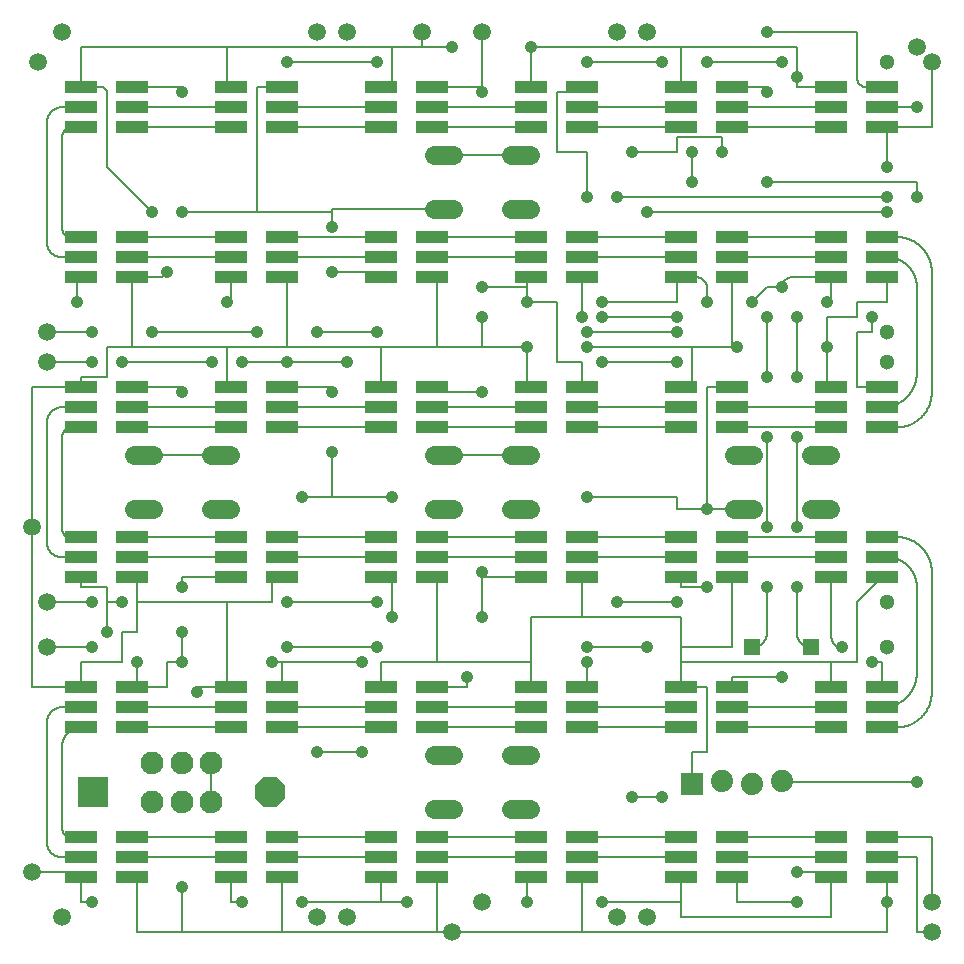
<source format=gtl>
G04 EAGLE Gerber RS-274X export*
G75*
%MOIN*%
%FSLAX36Y36*%
%LPD*%
%INTop Copper Layer*%
%IPPOS*%
%AMOC8*
5,1,8,0,0,1.08239X$1,22.5*%
G01*
%ADD10P,0.108239X8X22.500000*%
%ADD11R,0.100000X0.100000*%
%ADD12R,0.074000X0.074000*%
%ADD13C,0.074000*%
%ADD14R,0.105512X0.043307*%
%ADD15C,0.064000*%
%ADD16C,0.076000*%
%ADD17R,0.055496X0.055496*%
%ADD18C,0.006000*%
%ADD19C,0.041654*%
%ADD20C,0.059370*%
%ADD21C,0.051181*%


D10*
X845276Y515748D03*
D11*
X254724Y515748D03*
D12*
X2250000Y545000D03*
D13*
X2350000Y555000D03*
X2450000Y545000D03*
X2550000Y555000D03*
D14*
X2715354Y2866929D03*
X2715354Y2800000D03*
X2715354Y2733071D03*
X2884646Y2733071D03*
X2884646Y2800000D03*
X2884646Y2866929D03*
X1884646Y2233071D03*
X1884646Y2300000D03*
X1884646Y2366929D03*
X1715354Y2366929D03*
X1715354Y2300000D03*
X1715354Y2233071D03*
X2384646Y2233071D03*
X2384646Y2300000D03*
X2384646Y2366929D03*
X2215354Y2366929D03*
X2215354Y2300000D03*
X2215354Y2233071D03*
X2884646Y2233071D03*
X2884646Y2300000D03*
X2884646Y2366929D03*
X2715354Y2366929D03*
X2715354Y2300000D03*
X2715354Y2233071D03*
X2715354Y1866929D03*
X2715354Y1800000D03*
X2715354Y1733071D03*
X2884646Y1733071D03*
X2884646Y1800000D03*
X2884646Y1866929D03*
X2215354Y1866929D03*
X2215354Y1800000D03*
X2215354Y1733071D03*
X2384646Y1733071D03*
X2384646Y1800000D03*
X2384646Y1866929D03*
X1715354Y1866929D03*
X1715354Y1800000D03*
X1715354Y1733071D03*
X1884646Y1733071D03*
X1884646Y1800000D03*
X1884646Y1866929D03*
X1215354Y1866929D03*
X1215354Y1800000D03*
X1215354Y1733071D03*
X1384646Y1733071D03*
X1384646Y1800000D03*
X1384646Y1866929D03*
X2215354Y2866929D03*
X2215354Y2800000D03*
X2215354Y2733071D03*
X2384646Y2733071D03*
X2384646Y2800000D03*
X2384646Y2866929D03*
X1715354Y2866929D03*
X1715354Y2800000D03*
X1715354Y2733071D03*
X1884646Y2733071D03*
X1884646Y2800000D03*
X1884646Y2866929D03*
X1215354Y2866929D03*
X1215354Y2800000D03*
X1215354Y2733071D03*
X1384646Y2733071D03*
X1384646Y2800000D03*
X1384646Y2866929D03*
X715354Y2866929D03*
X715354Y2800000D03*
X715354Y2733071D03*
X884646Y2733071D03*
X884646Y2800000D03*
X884646Y2866929D03*
X215354Y2866929D03*
X215354Y2800000D03*
X215354Y2733071D03*
X384646Y2733071D03*
X384646Y2800000D03*
X384646Y2866929D03*
X384646Y2233071D03*
X384646Y2300000D03*
X384646Y2366929D03*
X215354Y2366929D03*
X215354Y2300000D03*
X215354Y2233071D03*
X884646Y2233071D03*
X884646Y2300000D03*
X884646Y2366929D03*
X715354Y2366929D03*
X715354Y2300000D03*
X715354Y2233071D03*
X1384646Y2233071D03*
X1384646Y2300000D03*
X1384646Y2366929D03*
X1215354Y2366929D03*
X1215354Y2300000D03*
X1215354Y2233071D03*
D15*
X1390000Y2639000D02*
X1454000Y2639000D01*
X1454000Y2461000D02*
X1390000Y2461000D01*
X1646000Y2639000D02*
X1710000Y2639000D01*
X1710000Y2461000D02*
X1646000Y2461000D01*
X2390000Y1639000D02*
X2454000Y1639000D01*
X2454000Y1461000D02*
X2390000Y1461000D01*
X2646000Y1639000D02*
X2710000Y1639000D01*
X2710000Y1461000D02*
X2646000Y1461000D01*
X1454000Y639000D02*
X1390000Y639000D01*
X1390000Y461000D02*
X1454000Y461000D01*
X1646000Y639000D02*
X1710000Y639000D01*
X1710000Y461000D02*
X1646000Y461000D01*
X454000Y1639000D02*
X390000Y1639000D01*
X390000Y1461000D02*
X454000Y1461000D01*
X646000Y1639000D02*
X710000Y1639000D01*
X710000Y1461000D02*
X646000Y1461000D01*
X1390000Y1639000D02*
X1454000Y1639000D01*
X1454000Y1461000D02*
X1390000Y1461000D01*
X1646000Y1639000D02*
X1710000Y1639000D01*
X1710000Y1461000D02*
X1646000Y1461000D01*
D16*
X648425Y614961D03*
X550000Y614961D03*
X451575Y614961D03*
X648425Y485039D03*
X550000Y485039D03*
X451575Y485039D03*
D17*
X2451575Y1000000D03*
X2648425Y1000000D03*
D14*
X715354Y1866929D03*
X715354Y1800000D03*
X715354Y1733071D03*
X884646Y1733071D03*
X884646Y1800000D03*
X884646Y1866929D03*
X215354Y1866929D03*
X215354Y1800000D03*
X215354Y1733071D03*
X384646Y1733071D03*
X384646Y1800000D03*
X384646Y1866929D03*
X384646Y1233071D03*
X384646Y1300000D03*
X384646Y1366929D03*
X215354Y1366929D03*
X215354Y1300000D03*
X215354Y1233071D03*
X884646Y1233071D03*
X884646Y1300000D03*
X884646Y1366929D03*
X715354Y1366929D03*
X715354Y1300000D03*
X715354Y1233071D03*
X1384646Y1233071D03*
X1384646Y1300000D03*
X1384646Y1366929D03*
X1215354Y1366929D03*
X1215354Y1300000D03*
X1215354Y1233071D03*
X1884646Y1233071D03*
X1884646Y1300000D03*
X1884646Y1366929D03*
X1715354Y1366929D03*
X1715354Y1300000D03*
X1715354Y1233071D03*
X2384646Y1233071D03*
X2384646Y1300000D03*
X2384646Y1366929D03*
X2215354Y1366929D03*
X2215354Y1300000D03*
X2215354Y1233071D03*
X2884646Y1233071D03*
X2884646Y1300000D03*
X2884646Y1366929D03*
X2715354Y1366929D03*
X2715354Y1300000D03*
X2715354Y1233071D03*
X2715354Y866929D03*
X2715354Y800000D03*
X2715354Y733071D03*
X2884646Y733071D03*
X2884646Y800000D03*
X2884646Y866929D03*
X2215354Y866929D03*
X2215354Y800000D03*
X2215354Y733071D03*
X2384646Y733071D03*
X2384646Y800000D03*
X2384646Y866929D03*
X1715354Y866929D03*
X1715354Y800000D03*
X1715354Y733071D03*
X1884646Y733071D03*
X1884646Y800000D03*
X1884646Y866929D03*
X1215354Y866929D03*
X1215354Y800000D03*
X1215354Y733071D03*
X1384646Y733071D03*
X1384646Y800000D03*
X1384646Y866929D03*
X715354Y866929D03*
X715354Y800000D03*
X715354Y733071D03*
X884646Y733071D03*
X884646Y800000D03*
X884646Y866929D03*
X215354Y866929D03*
X215354Y800000D03*
X215354Y733071D03*
X384646Y733071D03*
X384646Y800000D03*
X384646Y866929D03*
X384646Y233071D03*
X384646Y300000D03*
X384646Y366929D03*
X215354Y366929D03*
X215354Y300000D03*
X215354Y233071D03*
X884646Y233071D03*
X884646Y300000D03*
X884646Y366929D03*
X715354Y366929D03*
X715354Y300000D03*
X715354Y233071D03*
X1384646Y233071D03*
X1384646Y300000D03*
X1384646Y366929D03*
X1215354Y366929D03*
X1215354Y300000D03*
X1215354Y233071D03*
X1884646Y233071D03*
X1884646Y300000D03*
X1884646Y366929D03*
X1715354Y366929D03*
X1715354Y300000D03*
X1715354Y233071D03*
X2384646Y233071D03*
X2384646Y300000D03*
X2384646Y366929D03*
X2215354Y366929D03*
X2215354Y300000D03*
X2215354Y233071D03*
X2884646Y233071D03*
X2884646Y300000D03*
X2884646Y366929D03*
X2715354Y366929D03*
X2715354Y300000D03*
X2715354Y233071D03*
D18*
X2715354Y2733071D02*
X2384646Y2733071D01*
X2384646Y2800000D02*
X2715354Y2800000D01*
X2215354Y2733071D02*
X1884646Y2733071D01*
X1884646Y2800000D02*
X2215354Y2800000D01*
X1715354Y2733071D02*
X1384646Y2733071D01*
X1384646Y2800000D02*
X1715354Y2800000D01*
X2884646Y2733071D02*
X2900000Y2733071D01*
X2900000Y2600000D01*
D19*
X2900000Y2600000D03*
D18*
X2884646Y2733071D02*
X3050000Y2733071D01*
X3050000Y2950000D01*
D20*
X3050000Y2950000D03*
D18*
X3000000Y2800000D02*
X2884646Y2800000D01*
D19*
X3000000Y2800000D03*
D20*
X3000000Y3000000D03*
D18*
X2215354Y233071D02*
X2215354Y150000D01*
X2215354Y100000D01*
X2715354Y100000D02*
X2715354Y233071D01*
X2715354Y100000D02*
X2215354Y100000D01*
X715354Y150000D02*
X715354Y233071D01*
X715354Y150000D02*
X750000Y150000D01*
D19*
X750000Y150000D03*
X950000Y150000D03*
X1300000Y150000D03*
X1950000Y150000D03*
D18*
X2215354Y150000D01*
X1215354Y150000D02*
X950000Y150000D01*
X1215354Y150000D02*
X1300000Y150000D01*
X1215354Y150000D02*
X1215354Y233071D01*
D19*
X1700000Y150000D03*
D18*
X1700000Y233071D02*
X1715354Y233071D01*
X1700000Y233071D02*
X1700000Y150000D01*
X215354Y150000D02*
X215354Y233071D01*
X215354Y150000D02*
X250000Y150000D01*
D19*
X250000Y150000D03*
X2550000Y900000D03*
D18*
X2384646Y900000D01*
X2384646Y866929D01*
D19*
X400000Y950000D03*
D18*
X400000Y866929D01*
X384646Y866929D01*
X500000Y866929D01*
D19*
X550000Y950000D03*
D18*
X500000Y950000D01*
X500000Y866929D01*
D19*
X850000Y950000D03*
D18*
X884646Y950000D01*
X884646Y866929D01*
X884646Y950000D02*
X1150000Y950000D01*
D19*
X1150000Y950000D03*
X1500000Y900000D03*
D18*
X1500000Y866929D01*
X1384646Y866929D01*
D19*
X1900000Y950000D03*
D18*
X1900000Y866929D01*
X1884646Y866929D01*
X2884646Y866929D02*
X2884646Y950000D01*
X2850000Y950000D01*
D19*
X2850000Y950000D03*
X2750000Y1000000D03*
D18*
X2749163Y1000010D01*
X2748326Y1000040D01*
X2747490Y1000091D01*
X2746656Y1000162D01*
X2745824Y1000253D01*
X2744994Y1000364D01*
X2744167Y1000495D01*
X2743344Y1000645D01*
X2742524Y1000816D01*
X2741709Y1001007D01*
X2740898Y1001217D01*
X2740093Y1001447D01*
X2739294Y1001696D01*
X2738501Y1001964D01*
X2737714Y1002251D01*
X2736935Y1002558D01*
X2736164Y1002883D01*
X2735400Y1003226D01*
X2734645Y1003588D01*
X2733899Y1003968D01*
X2733163Y1004367D01*
X2732436Y1004782D01*
X2731719Y1005215D01*
X2731014Y1005666D01*
X2730319Y1006133D01*
X2729636Y1006617D01*
X2728964Y1007117D01*
X2728305Y1007633D01*
X2727659Y1008166D01*
X2727025Y1008713D01*
X2726406Y1009276D01*
X2725799Y1009853D01*
X2725207Y1010445D01*
X2724630Y1011052D01*
X2724067Y1011671D01*
X2723520Y1012305D01*
X2722987Y1012951D01*
X2722471Y1013610D01*
X2721971Y1014282D01*
X2721487Y1014965D01*
X2721020Y1015660D01*
X2720569Y1016365D01*
X2720136Y1017082D01*
X2719721Y1017809D01*
X2719322Y1018545D01*
X2718942Y1019291D01*
X2718580Y1020046D01*
X2718237Y1020810D01*
X2717912Y1021581D01*
X2717605Y1022360D01*
X2717318Y1023147D01*
X2717050Y1023940D01*
X2716801Y1024739D01*
X2716571Y1025544D01*
X2716361Y1026355D01*
X2716170Y1027170D01*
X2715999Y1027990D01*
X2715849Y1028813D01*
X2715718Y1029640D01*
X2715607Y1030470D01*
X2715516Y1031302D01*
X2715445Y1032136D01*
X2715394Y1032972D01*
X2715364Y1033809D01*
X2715354Y1034646D01*
X2715354Y1233071D01*
X2698425Y250000D02*
X2698834Y249995D01*
X2699243Y249980D01*
X2699651Y249956D01*
X2700059Y249921D01*
X2700466Y249877D01*
X2700871Y249822D01*
X2701275Y249758D01*
X2701678Y249685D01*
X2702078Y249601D01*
X2702476Y249508D01*
X2702872Y249405D01*
X2703266Y249293D01*
X2703656Y249171D01*
X2704044Y249040D01*
X2704428Y248900D01*
X2704809Y248750D01*
X2705186Y248591D01*
X2705559Y248423D01*
X2705928Y248247D01*
X2706292Y248061D01*
X2706652Y247866D01*
X2707007Y247663D01*
X2707357Y247452D01*
X2707702Y247232D01*
X2708042Y247003D01*
X2708376Y246767D01*
X2708704Y246522D01*
X2709026Y246270D01*
X2709342Y246010D01*
X2709651Y245743D01*
X2709954Y245468D01*
X2710250Y245185D01*
X2710539Y244896D01*
X2710822Y244600D01*
X2711097Y244297D01*
X2711364Y243988D01*
X2711624Y243672D01*
X2711876Y243350D01*
X2712121Y243022D01*
X2712357Y242688D01*
X2712586Y242348D01*
X2712806Y242003D01*
X2713017Y241653D01*
X2713220Y241298D01*
X2713415Y240938D01*
X2713601Y240574D01*
X2713777Y240205D01*
X2713945Y239832D01*
X2714104Y239455D01*
X2714254Y239074D01*
X2714394Y238690D01*
X2714525Y238302D01*
X2714647Y237912D01*
X2714759Y237518D01*
X2714862Y237122D01*
X2714955Y236724D01*
X2715039Y236324D01*
X2715112Y235921D01*
X2715176Y235517D01*
X2715231Y235112D01*
X2715275Y234705D01*
X2715310Y234297D01*
X2715334Y233889D01*
X2715349Y233480D01*
X2715354Y233071D01*
X2698425Y250000D02*
X2600000Y250000D01*
D19*
X2600000Y250000D03*
X3000000Y550000D03*
D18*
X2550000Y550000D01*
X2550000Y555000D01*
X550000Y950000D02*
X550000Y1050000D01*
D19*
X550000Y1050000D03*
X300000Y1050000D03*
D18*
X300000Y1200000D02*
X215354Y1200000D01*
X215354Y1233071D01*
X300000Y1200000D02*
X300000Y1150000D01*
X300000Y1050000D01*
X300000Y1150000D02*
X350000Y1150000D01*
D19*
X350000Y1150000D03*
X550000Y1200000D03*
D18*
X550000Y1233071D01*
X715354Y1233071D01*
D19*
X1250000Y1100000D03*
D18*
X1250000Y1233071D01*
X1215354Y1233071D01*
D19*
X950000Y1500000D03*
D18*
X1050000Y1500000D01*
D19*
X1250000Y1500000D03*
D18*
X1050000Y1500000D01*
D19*
X1900000Y1500000D03*
D18*
X2200000Y1500000D01*
X1715354Y1233071D02*
X1550000Y1233071D01*
X1550000Y1250000D01*
D19*
X1550000Y1250000D03*
X550000Y1850000D03*
D18*
X550000Y1866929D01*
X384646Y1866929D01*
X1050000Y1650000D02*
X1050000Y1500000D01*
D19*
X1050000Y1650000D03*
X1050000Y1850000D03*
D18*
X1050000Y1866929D01*
X884646Y1866929D01*
D19*
X1550000Y1850000D03*
D18*
X1384646Y1850000D01*
X1384646Y1866929D01*
X2200000Y1461000D02*
X2300000Y1461000D01*
X2422000Y1461000D01*
X2200000Y1461000D02*
X2200000Y1500000D01*
X2215354Y1233071D02*
X2215354Y1200000D01*
X2300000Y1200000D01*
D19*
X2300000Y1200000D03*
X2300000Y1461000D03*
D18*
X2300000Y1866929D01*
X2384646Y1866929D01*
D19*
X1050000Y2250000D03*
D18*
X1215354Y2250000D01*
X1215354Y2233071D01*
X2800000Y1866929D02*
X2884646Y1866929D01*
X2850000Y2050000D02*
X2800000Y2050000D01*
X2850000Y2050000D02*
X2850000Y2100000D01*
D19*
X2850000Y2100000D03*
X2700000Y2150000D03*
D18*
X2800000Y2050000D02*
X2800000Y1866929D01*
X1715354Y2233071D02*
X1700000Y2233071D01*
X1700000Y2150000D01*
D19*
X1700000Y2150000D03*
X1950000Y2150000D03*
D18*
X2200000Y2150000D01*
X2200000Y2250000D01*
X2215354Y2250000D01*
X2215354Y2233071D01*
X1884646Y1950000D02*
X1884646Y1866929D01*
X1884646Y1950000D02*
X1800000Y1950000D01*
X1800000Y2150000D01*
X1700000Y2150000D01*
X215354Y2233071D02*
X200000Y2233071D01*
X200000Y2150000D01*
D19*
X200000Y2150000D03*
X700000Y2150000D03*
D18*
X715354Y2150000D01*
X715354Y2233071D01*
D19*
X1550000Y1100000D03*
D18*
X1550000Y1250000D01*
D19*
X1050000Y2400000D03*
D18*
X1050000Y2450000D01*
X1050000Y2461000D02*
X1422000Y2461000D01*
X1700000Y2200000D02*
X1700000Y2150000D01*
X1700000Y2200000D02*
X1550000Y2200000D01*
D19*
X1550000Y2200000D03*
X1550000Y2850000D03*
D18*
X1550000Y2866929D01*
X1384646Y2866929D01*
X550000Y2866929D02*
X384646Y2866929D01*
X550000Y2866929D02*
X550000Y2850000D01*
D19*
X550000Y2850000D03*
X550000Y2450000D03*
D18*
X800000Y2450000D01*
X1050000Y2450000D01*
X1050000Y2461000D01*
X884646Y2866929D02*
X800000Y2866929D01*
X800000Y2450000D01*
D19*
X1900000Y2500000D03*
D18*
X1900000Y2650000D01*
X1800000Y2650000D01*
X1800000Y2850000D01*
X1884646Y2850000D01*
X1884646Y2866929D01*
X2384646Y2866929D02*
X2500000Y2866929D01*
X2500000Y2850000D01*
D19*
X2500000Y2850000D03*
X2550000Y2200000D03*
D18*
X2500000Y2200000D01*
X2450000Y2150000D01*
D19*
X2450000Y2150000D03*
X2300000Y2150000D03*
D18*
X2300000Y2200000D01*
X2299990Y2200799D01*
X2299961Y2201598D01*
X2299913Y2202395D01*
X2299846Y2203192D01*
X2299759Y2203986D01*
X2299653Y2204778D01*
X2299528Y2205568D01*
X2299384Y2206354D01*
X2299221Y2207136D01*
X2299039Y2207914D01*
X2298838Y2208688D01*
X2298619Y2209457D01*
X2298381Y2210220D01*
X2298125Y2210977D01*
X2297851Y2211727D01*
X2297559Y2212471D01*
X2297248Y2213207D01*
X2296920Y2213936D01*
X2296575Y2214657D01*
X2296212Y2215369D01*
X2295832Y2216072D01*
X2295435Y2216766D01*
X2295022Y2217450D01*
X2294592Y2218123D01*
X2294146Y2218786D01*
X2293684Y2219439D01*
X2293206Y2220079D01*
X2292714Y2220709D01*
X2292206Y2221326D01*
X2291683Y2221930D01*
X2291146Y2222522D01*
X2290595Y2223100D01*
X2290029Y2223666D01*
X2289451Y2224217D01*
X2288859Y2224754D01*
X2288255Y2225277D01*
X2287638Y2225785D01*
X2287008Y2226277D01*
X2286368Y2226755D01*
X2285715Y2227217D01*
X2285052Y2227663D01*
X2284379Y2228093D01*
X2283695Y2228506D01*
X2283001Y2228903D01*
X2282298Y2229283D01*
X2281586Y2229646D01*
X2280865Y2229991D01*
X2280136Y2230319D01*
X2279400Y2230630D01*
X2278656Y2230922D01*
X2277906Y2231196D01*
X2277149Y2231452D01*
X2276386Y2231690D01*
X2275617Y2231909D01*
X2274843Y2232110D01*
X2274065Y2232292D01*
X2273283Y2232455D01*
X2272497Y2232599D01*
X2271707Y2232724D01*
X2270915Y2232830D01*
X2270121Y2232917D01*
X2269324Y2232984D01*
X2268527Y2233032D01*
X2267728Y2233061D01*
X2266929Y2233071D01*
X2215354Y2233071D01*
X2550000Y2200000D02*
X2550010Y2200799D01*
X2550039Y2201598D01*
X2550087Y2202395D01*
X2550154Y2203192D01*
X2550241Y2203986D01*
X2550347Y2204778D01*
X2550472Y2205568D01*
X2550616Y2206354D01*
X2550779Y2207136D01*
X2550961Y2207914D01*
X2551162Y2208688D01*
X2551381Y2209457D01*
X2551619Y2210220D01*
X2551875Y2210977D01*
X2552149Y2211727D01*
X2552441Y2212471D01*
X2552752Y2213207D01*
X2553080Y2213936D01*
X2553425Y2214657D01*
X2553788Y2215369D01*
X2554168Y2216072D01*
X2554565Y2216766D01*
X2554978Y2217450D01*
X2555408Y2218123D01*
X2555854Y2218786D01*
X2556316Y2219439D01*
X2556794Y2220079D01*
X2557286Y2220709D01*
X2557794Y2221326D01*
X2558317Y2221930D01*
X2558854Y2222522D01*
X2559405Y2223100D01*
X2559971Y2223666D01*
X2560549Y2224217D01*
X2561141Y2224754D01*
X2561745Y2225277D01*
X2562362Y2225785D01*
X2562992Y2226277D01*
X2563632Y2226755D01*
X2564285Y2227217D01*
X2564948Y2227663D01*
X2565621Y2228093D01*
X2566305Y2228506D01*
X2566999Y2228903D01*
X2567702Y2229283D01*
X2568414Y2229646D01*
X2569135Y2229991D01*
X2569864Y2230319D01*
X2570600Y2230630D01*
X2571344Y2230922D01*
X2572094Y2231196D01*
X2572851Y2231452D01*
X2573614Y2231690D01*
X2574383Y2231909D01*
X2575157Y2232110D01*
X2575935Y2232292D01*
X2576717Y2232455D01*
X2577503Y2232599D01*
X2578293Y2232724D01*
X2579085Y2232830D01*
X2579879Y2232917D01*
X2580676Y2232984D01*
X2581473Y2233032D01*
X2582272Y2233061D01*
X2583071Y2233071D01*
X2700000Y2150000D02*
X2700371Y2150004D01*
X2700742Y2150018D01*
X2701112Y2150040D01*
X2701482Y2150072D01*
X2701851Y2150112D01*
X2702218Y2150161D01*
X2702585Y2150219D01*
X2702950Y2150286D01*
X2703313Y2150362D01*
X2703674Y2150446D01*
X2704034Y2150539D01*
X2704390Y2150641D01*
X2704745Y2150751D01*
X2705096Y2150870D01*
X2705445Y2150998D01*
X2705790Y2151134D01*
X2706132Y2151278D01*
X2706470Y2151430D01*
X2706805Y2151590D01*
X2707135Y2151759D01*
X2707462Y2151935D01*
X2707784Y2152119D01*
X2708101Y2152311D01*
X2708414Y2152511D01*
X2708722Y2152718D01*
X2709025Y2152932D01*
X2709322Y2153154D01*
X2709614Y2153383D01*
X2709901Y2153619D01*
X2710182Y2153861D01*
X2710456Y2154111D01*
X2710725Y2154367D01*
X2710987Y2154629D01*
X2711243Y2154898D01*
X2711493Y2155172D01*
X2711735Y2155453D01*
X2711971Y2155740D01*
X2712200Y2156032D01*
X2712422Y2156329D01*
X2712636Y2156632D01*
X2712843Y2156940D01*
X2713043Y2157253D01*
X2713235Y2157570D01*
X2713419Y2157892D01*
X2713595Y2158219D01*
X2713764Y2158549D01*
X2713924Y2158884D01*
X2714076Y2159222D01*
X2714220Y2159564D01*
X2714356Y2159909D01*
X2714484Y2160258D01*
X2714603Y2160609D01*
X2714713Y2160964D01*
X2714815Y2161320D01*
X2714908Y2161680D01*
X2714992Y2162041D01*
X2715068Y2162404D01*
X2715135Y2162769D01*
X2715193Y2163136D01*
X2715242Y2163503D01*
X2715282Y2163872D01*
X2715314Y2164242D01*
X2715336Y2164612D01*
X2715350Y2164983D01*
X2715354Y2165354D01*
X2715354Y2233071D01*
X2833071Y2866929D02*
X2884646Y2866929D01*
X2833071Y2866929D02*
X2832272Y2866939D01*
X2831473Y2866968D01*
X2830676Y2867016D01*
X2829879Y2867083D01*
X2829085Y2867170D01*
X2828293Y2867276D01*
X2827503Y2867401D01*
X2826717Y2867545D01*
X2825935Y2867708D01*
X2825157Y2867890D01*
X2824383Y2868091D01*
X2823614Y2868310D01*
X2822851Y2868548D01*
X2822094Y2868804D01*
X2821344Y2869078D01*
X2820600Y2869370D01*
X2819864Y2869681D01*
X2819135Y2870009D01*
X2818414Y2870354D01*
X2817702Y2870717D01*
X2816999Y2871097D01*
X2816305Y2871494D01*
X2815621Y2871907D01*
X2814948Y2872337D01*
X2814285Y2872783D01*
X2813632Y2873245D01*
X2812992Y2873723D01*
X2812362Y2874215D01*
X2811745Y2874723D01*
X2811141Y2875246D01*
X2810549Y2875783D01*
X2809971Y2876334D01*
X2809405Y2876900D01*
X2808854Y2877478D01*
X2808317Y2878070D01*
X2807794Y2878674D01*
X2807286Y2879291D01*
X2806794Y2879921D01*
X2806316Y2880561D01*
X2805854Y2881214D01*
X2805408Y2881877D01*
X2804978Y2882550D01*
X2804565Y2883234D01*
X2804168Y2883928D01*
X2803788Y2884631D01*
X2803425Y2885343D01*
X2803080Y2886064D01*
X2802752Y2886793D01*
X2802441Y2887529D01*
X2802149Y2888273D01*
X2801875Y2889023D01*
X2801619Y2889780D01*
X2801381Y2890543D01*
X2801162Y2891312D01*
X2800961Y2892086D01*
X2800779Y2892864D01*
X2800616Y2893646D01*
X2800472Y2894432D01*
X2800347Y2895222D01*
X2800241Y2896014D01*
X2800154Y2896808D01*
X2800087Y2897605D01*
X2800039Y2898402D01*
X2800010Y2899201D01*
X2800000Y2900000D01*
X2800000Y3050000D01*
X2500000Y3050000D01*
D19*
X2500000Y3050000D03*
D18*
X2583071Y2233071D02*
X2715354Y2233071D01*
X1550000Y2850000D02*
X1550000Y3050000D01*
D20*
X1550000Y3050000D03*
X1550000Y150000D03*
D18*
X215354Y233071D02*
X215349Y233480D01*
X215334Y233889D01*
X215310Y234297D01*
X215275Y234705D01*
X215231Y235112D01*
X215176Y235517D01*
X215112Y235921D01*
X215039Y236324D01*
X214955Y236724D01*
X214862Y237122D01*
X214759Y237518D01*
X214647Y237912D01*
X214525Y238302D01*
X214394Y238690D01*
X214254Y239074D01*
X214104Y239455D01*
X213945Y239832D01*
X213777Y240205D01*
X213601Y240574D01*
X213415Y240938D01*
X213220Y241298D01*
X213017Y241653D01*
X212806Y242003D01*
X212586Y242348D01*
X212357Y242688D01*
X212121Y243022D01*
X211876Y243350D01*
X211624Y243672D01*
X211364Y243988D01*
X211097Y244297D01*
X210822Y244600D01*
X210539Y244896D01*
X210250Y245185D01*
X209954Y245468D01*
X209651Y245743D01*
X209342Y246010D01*
X209026Y246270D01*
X208704Y246522D01*
X208376Y246767D01*
X208042Y247003D01*
X207702Y247232D01*
X207357Y247452D01*
X207007Y247663D01*
X206652Y247866D01*
X206292Y248061D01*
X205928Y248247D01*
X205559Y248423D01*
X205186Y248591D01*
X204809Y248750D01*
X204428Y248900D01*
X204044Y249040D01*
X203656Y249171D01*
X203266Y249293D01*
X202872Y249405D01*
X202476Y249508D01*
X202078Y249601D01*
X201678Y249685D01*
X201275Y249758D01*
X200871Y249822D01*
X200466Y249877D01*
X200059Y249921D01*
X199651Y249956D01*
X199243Y249980D01*
X198834Y249995D01*
X198425Y250000D01*
X50000Y250000D01*
D20*
X50000Y250000D03*
D18*
X2384646Y233071D02*
X2400000Y233071D01*
X2400000Y150000D01*
X2600000Y150000D01*
D19*
X2600000Y150000D03*
X2900000Y150000D03*
D18*
X2900000Y217717D01*
X400000Y233071D02*
X384646Y233071D01*
X400000Y233071D02*
X400000Y50000D01*
X550000Y50000D01*
X884646Y50000D01*
X1400000Y50000D01*
X1450000Y50000D01*
X1884646Y50000D01*
X2900000Y50000D01*
X2900000Y150000D01*
X884646Y233071D02*
X884646Y50000D01*
X1384646Y233071D02*
X1400000Y233071D01*
X1400000Y50000D01*
X1884646Y50000D02*
X1884646Y233071D01*
X550000Y200000D02*
X550000Y50000D01*
D19*
X550000Y200000D03*
D18*
X215354Y866929D02*
X215354Y950000D01*
X350000Y950000D02*
X350000Y1050000D01*
X400000Y1050000D01*
X400000Y1150000D01*
X400000Y1233071D01*
X384646Y1233071D01*
X350000Y950000D02*
X215354Y950000D01*
X700000Y1150000D02*
X850000Y1150000D01*
X700000Y1150000D02*
X400000Y1150000D01*
X850000Y1233071D02*
X884646Y1233071D01*
X850000Y1233071D02*
X850000Y1150000D01*
X700000Y1150000D02*
X700000Y866929D01*
X715354Y866929D01*
X1215354Y866929D02*
X1215354Y950000D01*
X1400000Y950000D01*
X1400000Y1233071D01*
X1384646Y1233071D01*
X1715354Y950000D02*
X1715354Y866929D01*
X1715354Y950000D02*
X1400000Y950000D01*
X1715354Y950000D02*
X1715354Y1100000D01*
X1884646Y1100000D02*
X1884646Y1233071D01*
X1884646Y1100000D02*
X1715354Y1100000D01*
X2215354Y950000D02*
X2215354Y866929D01*
X2215354Y950000D02*
X2215354Y1000000D01*
X2384646Y1000000D02*
X2384646Y1233071D01*
X2384646Y1000000D02*
X2215354Y1000000D01*
X2215354Y950000D02*
X2715354Y950000D01*
X2715354Y866929D01*
X2215354Y1100000D02*
X1884646Y1100000D01*
X2215354Y1100000D02*
X2215354Y1000000D01*
X2715354Y950000D02*
X2800000Y950000D01*
X2800000Y1150000D01*
X2801575Y1150000D01*
X2884646Y1233071D01*
X648425Y614961D02*
X648425Y485039D01*
D19*
X600000Y850000D03*
D18*
X600000Y866929D01*
X700000Y866929D01*
X215354Y866929D02*
X50000Y866929D01*
X50000Y1866929D02*
X215354Y1866929D01*
X50000Y1400000D02*
X50000Y866929D01*
X50000Y1400000D02*
X50000Y1866929D01*
X215354Y1866929D02*
X215354Y1900000D01*
X300000Y1900000D01*
X300000Y2000000D01*
X384646Y2000000D01*
X700000Y2000000D01*
X700000Y1866929D01*
X715354Y1866929D01*
X1215354Y1866929D02*
X1215354Y2000000D01*
X900000Y2000000D02*
X700000Y2000000D01*
X900000Y2000000D02*
X1215354Y2000000D01*
X1400000Y2000000D01*
X1550000Y2000000D01*
X1700000Y2000000D02*
X1700000Y1866929D01*
X1715354Y1866929D01*
X1700000Y2000000D02*
X1550000Y2000000D01*
X2250000Y2000000D02*
X2250000Y1866929D01*
X2215354Y1866929D01*
X2250000Y2000000D02*
X2400000Y2000000D01*
D19*
X2400000Y2000000D03*
X2700000Y2000000D03*
D18*
X2700000Y1866929D01*
X2715354Y1866929D01*
X900000Y2233071D02*
X884646Y2233071D01*
X900000Y2233071D02*
X900000Y2000000D01*
X384646Y2000000D02*
X384646Y2233071D01*
X1384646Y2233071D02*
X1400000Y2233071D01*
X1400000Y2000000D01*
X1884646Y2100000D02*
X1884646Y2233071D01*
X1550000Y2100000D02*
X1550000Y2000000D01*
X2384646Y2000000D02*
X2384646Y2233071D01*
X2384646Y2000000D02*
X2400000Y2000000D01*
X2700000Y2000000D02*
X2700000Y2100000D01*
X2800000Y2100000D01*
X2800000Y2150000D01*
X2900000Y2150000D01*
X2900000Y2233071D01*
X2884646Y2233071D01*
D19*
X1550000Y2100000D03*
X1884646Y2100000D03*
X1700000Y2000000D03*
X1900000Y2000000D03*
D18*
X2250000Y2000000D01*
X2215354Y866929D02*
X2300000Y866929D01*
X2300000Y650000D01*
X2250000Y650000D01*
X2250000Y545000D01*
X215354Y2866929D02*
X215354Y3000000D01*
X2600000Y3000000D02*
X2600000Y2900000D01*
D19*
X2600000Y2900000D03*
D18*
X700000Y3000000D02*
X215354Y3000000D01*
X700000Y3000000D02*
X1250000Y3000000D01*
X1350000Y3000000D01*
X1715354Y3000000D02*
X2215354Y3000000D01*
X2600000Y3000000D01*
X700000Y3000000D02*
X700000Y2866929D01*
X715354Y2866929D01*
X1250000Y2850000D02*
X1250000Y3000000D01*
X1250000Y2850000D02*
X1215354Y2850000D01*
X1215354Y2866929D01*
X1715354Y2866929D02*
X1715354Y3000000D01*
X2215354Y3000000D02*
X2215354Y2866929D01*
X2600000Y2866929D02*
X2715354Y2866929D01*
X2600000Y2866929D02*
X2600000Y2900000D01*
X483071Y2233071D02*
X384646Y2233071D01*
X483071Y2233071D02*
X500000Y2250000D01*
D19*
X500000Y2250000D03*
X450000Y2450000D03*
D18*
X300000Y2600000D01*
X300000Y2850000D02*
X299995Y2850409D01*
X299980Y2850818D01*
X299956Y2851226D01*
X299921Y2851634D01*
X299877Y2852041D01*
X299822Y2852446D01*
X299758Y2852850D01*
X299685Y2853253D01*
X299601Y2853653D01*
X299508Y2854051D01*
X299405Y2854447D01*
X299293Y2854841D01*
X299171Y2855231D01*
X299040Y2855619D01*
X298900Y2856003D01*
X298750Y2856384D01*
X298591Y2856761D01*
X298423Y2857134D01*
X298247Y2857503D01*
X298061Y2857867D01*
X297866Y2858227D01*
X297663Y2858582D01*
X297452Y2858932D01*
X297232Y2859277D01*
X297003Y2859617D01*
X296767Y2859951D01*
X296522Y2860279D01*
X296270Y2860601D01*
X296010Y2860917D01*
X295743Y2861226D01*
X295468Y2861529D01*
X295185Y2861825D01*
X294896Y2862114D01*
X294600Y2862397D01*
X294297Y2862672D01*
X293988Y2862939D01*
X293672Y2863199D01*
X293350Y2863451D01*
X293022Y2863696D01*
X292688Y2863932D01*
X292348Y2864161D01*
X292003Y2864381D01*
X291653Y2864592D01*
X291298Y2864795D01*
X290938Y2864990D01*
X290574Y2865176D01*
X290205Y2865352D01*
X289832Y2865520D01*
X289455Y2865679D01*
X289074Y2865829D01*
X288690Y2865969D01*
X288302Y2866100D01*
X287912Y2866222D01*
X287518Y2866334D01*
X287122Y2866437D01*
X286724Y2866530D01*
X286324Y2866614D01*
X285921Y2866687D01*
X285517Y2866751D01*
X285112Y2866806D01*
X284705Y2866850D01*
X284297Y2866885D01*
X283889Y2866909D01*
X283480Y2866924D01*
X283071Y2866929D01*
X215354Y2866929D01*
X300000Y2850000D02*
X300000Y2600000D01*
X2884646Y233071D02*
X2885017Y233067D01*
X2885388Y233053D01*
X2885758Y233031D01*
X2886128Y232999D01*
X2886497Y232959D01*
X2886864Y232910D01*
X2887231Y232852D01*
X2887596Y232785D01*
X2887959Y232709D01*
X2888320Y232625D01*
X2888680Y232532D01*
X2889036Y232430D01*
X2889391Y232320D01*
X2889742Y232201D01*
X2890091Y232073D01*
X2890436Y231937D01*
X2890778Y231793D01*
X2891116Y231641D01*
X2891451Y231481D01*
X2891781Y231312D01*
X2892108Y231136D01*
X2892430Y230952D01*
X2892747Y230760D01*
X2893060Y230560D01*
X2893368Y230353D01*
X2893671Y230139D01*
X2893968Y229917D01*
X2894260Y229688D01*
X2894547Y229452D01*
X2894828Y229210D01*
X2895102Y228960D01*
X2895371Y228704D01*
X2895633Y228442D01*
X2895889Y228173D01*
X2896139Y227899D01*
X2896381Y227618D01*
X2896617Y227331D01*
X2896846Y227039D01*
X2897068Y226742D01*
X2897282Y226439D01*
X2897489Y226131D01*
X2897689Y225818D01*
X2897881Y225501D01*
X2898065Y225179D01*
X2898241Y224852D01*
X2898410Y224522D01*
X2898570Y224187D01*
X2898722Y223849D01*
X2898866Y223507D01*
X2899002Y223162D01*
X2899130Y222813D01*
X2899249Y222462D01*
X2899359Y222107D01*
X2899461Y221751D01*
X2899554Y221391D01*
X2899638Y221030D01*
X2899714Y220667D01*
X2899781Y220302D01*
X2899839Y219935D01*
X2899888Y219568D01*
X2899928Y219199D01*
X2899960Y218829D01*
X2899982Y218459D01*
X2899996Y218088D01*
X2900000Y217717D01*
X1350000Y3000000D02*
X1350000Y3050000D01*
D20*
X1350000Y3050000D03*
D18*
X1350000Y3000000D02*
X1450000Y3000000D01*
D19*
X1450000Y3000000D03*
X1715354Y3000000D03*
D20*
X1450000Y50000D03*
X50000Y1400000D03*
X2000000Y3050000D03*
X2000000Y100000D03*
D19*
X1200000Y1150000D03*
D18*
X900000Y1150000D01*
D19*
X900000Y1150000D03*
X250000Y1150000D03*
D18*
X100000Y1150000D01*
D20*
X100000Y1150000D03*
D19*
X2000000Y1150000D03*
D18*
X2200000Y1150000D01*
D19*
X2200000Y1150000D03*
D21*
X2900000Y1150000D03*
D19*
X2000000Y2500000D03*
D18*
X2900000Y2500000D01*
D19*
X2900000Y2500000D03*
D18*
X1678000Y2639000D02*
X1422000Y2639000D01*
D20*
X2100000Y3050000D03*
X2100000Y100000D03*
D21*
X2900000Y1000000D03*
D19*
X2100000Y1000000D03*
X1900000Y1000000D03*
D18*
X2100000Y1000000D01*
D19*
X1200000Y1000000D03*
D18*
X900000Y1000000D01*
D19*
X900000Y1000000D03*
X250000Y1000000D03*
D18*
X100000Y1000000D01*
D20*
X100000Y1000000D03*
D19*
X2100000Y2450000D03*
D18*
X2900000Y2450000D01*
D19*
X2900000Y2450000D03*
D20*
X1000000Y3050000D03*
X1000000Y100000D03*
D19*
X250000Y2050000D03*
D18*
X100000Y2050000D01*
D20*
X100000Y2050000D03*
D19*
X1000000Y2050000D03*
D18*
X1200000Y2050000D01*
D19*
X1200000Y2050000D03*
X1900000Y2050000D03*
D18*
X2200000Y2050000D01*
D19*
X2200000Y2050000D03*
D21*
X2900000Y2050000D03*
D19*
X1000000Y650000D03*
D18*
X1150000Y650000D01*
D19*
X1150000Y650000D03*
X450000Y2050000D03*
D18*
X800000Y2050000D01*
D19*
X800000Y2050000D03*
D20*
X150000Y3050000D03*
X150000Y100000D03*
X69528Y2950000D03*
D19*
X900000Y2950000D03*
D18*
X1200000Y2950000D01*
D19*
X1200000Y2950000D03*
X1900000Y2950000D03*
D18*
X2150000Y2950000D01*
D19*
X2150000Y2950000D03*
D21*
X2900000Y2950000D03*
D19*
X2250000Y2550000D03*
D18*
X2250000Y2650000D01*
D19*
X2250000Y2650000D03*
D18*
X678000Y1639000D02*
X422000Y1639000D01*
D19*
X2300000Y2950000D03*
D18*
X2550000Y2950000D01*
D19*
X2550000Y2950000D03*
X2600000Y2100000D03*
D18*
X2600000Y1900000D01*
D19*
X2600000Y1900000D03*
X2600000Y1700000D03*
D18*
X2600000Y1400000D01*
D19*
X2600000Y1400000D03*
X2600000Y1200000D03*
D18*
X2600000Y1048425D01*
X2600014Y1047255D01*
X2600057Y1046085D01*
X2600127Y1044917D01*
X2600226Y1043751D01*
X2600353Y1042588D01*
X2600508Y1041428D01*
X2600691Y1040272D01*
X2600902Y1039121D01*
X2601141Y1037976D01*
X2601407Y1036836D01*
X2601701Y1035703D01*
X2602022Y1034578D01*
X2602370Y1033461D01*
X2602745Y1032352D01*
X2603147Y1031253D01*
X2603575Y1030164D01*
X2604029Y1029086D01*
X2604510Y1028019D01*
X2605016Y1026963D01*
X2605547Y1025921D01*
X2606103Y1024891D01*
X2606684Y1023875D01*
X2607290Y1022874D01*
X2607919Y1021887D01*
X2608572Y1020916D01*
X2609248Y1019961D01*
X2609948Y1019023D01*
X2610669Y1018102D01*
X2611413Y1017199D01*
X2612178Y1016313D01*
X2612965Y1015447D01*
X2613772Y1014600D01*
X2614600Y1013772D01*
X2615447Y1012965D01*
X2616313Y1012178D01*
X2617199Y1011413D01*
X2618102Y1010669D01*
X2619023Y1009948D01*
X2619961Y1009248D01*
X2620916Y1008572D01*
X2621887Y1007919D01*
X2622874Y1007290D01*
X2623875Y1006684D01*
X2624891Y1006103D01*
X2625921Y1005547D01*
X2626963Y1005016D01*
X2628019Y1004510D01*
X2629086Y1004029D01*
X2630164Y1003575D01*
X2631253Y1003147D01*
X2632352Y1002745D01*
X2633461Y1002370D01*
X2634578Y1002022D01*
X2635703Y1001701D01*
X2636836Y1001407D01*
X2637976Y1001141D01*
X2639121Y1000902D01*
X2640272Y1000691D01*
X2641428Y1000508D01*
X2642588Y1000353D01*
X2643751Y1000226D01*
X2644917Y1000127D01*
X2646085Y1000057D01*
X2647255Y1000014D01*
X2648425Y1000000D01*
X2500000Y1048425D02*
X2499986Y1047255D01*
X2499943Y1046085D01*
X2499873Y1044917D01*
X2499774Y1043751D01*
X2499647Y1042588D01*
X2499492Y1041428D01*
X2499309Y1040272D01*
X2499098Y1039121D01*
X2498859Y1037976D01*
X2498593Y1036836D01*
X2498299Y1035703D01*
X2497978Y1034578D01*
X2497630Y1033461D01*
X2497255Y1032352D01*
X2496853Y1031253D01*
X2496425Y1030164D01*
X2495971Y1029086D01*
X2495490Y1028019D01*
X2494984Y1026963D01*
X2494453Y1025921D01*
X2493897Y1024891D01*
X2493316Y1023875D01*
X2492710Y1022874D01*
X2492081Y1021887D01*
X2491428Y1020916D01*
X2490752Y1019961D01*
X2490052Y1019023D01*
X2489331Y1018102D01*
X2488587Y1017199D01*
X2487822Y1016313D01*
X2487035Y1015447D01*
X2486228Y1014600D01*
X2485400Y1013772D01*
X2484553Y1012965D01*
X2483687Y1012178D01*
X2482801Y1011413D01*
X2481898Y1010669D01*
X2480977Y1009948D01*
X2480039Y1009248D01*
X2479084Y1008572D01*
X2478113Y1007919D01*
X2477126Y1007290D01*
X2476125Y1006684D01*
X2475109Y1006103D01*
X2474079Y1005547D01*
X2473037Y1005016D01*
X2471981Y1004510D01*
X2470914Y1004029D01*
X2469836Y1003575D01*
X2468747Y1003147D01*
X2467648Y1002745D01*
X2466539Y1002370D01*
X2465422Y1002022D01*
X2464297Y1001701D01*
X2463164Y1001407D01*
X2462024Y1001141D01*
X2460879Y1000902D01*
X2459728Y1000691D01*
X2458572Y1000508D01*
X2457412Y1000353D01*
X2456249Y1000226D01*
X2455083Y1000127D01*
X2453915Y1000057D01*
X2452745Y1000014D01*
X2451575Y1000000D01*
X2500000Y1048425D02*
X2500000Y1200000D01*
D19*
X2500000Y1200000D03*
X2500000Y1400000D03*
D18*
X2500000Y1700000D01*
D19*
X2500000Y1700000D03*
X2500000Y1900000D03*
D18*
X2500000Y2100000D01*
D19*
X2500000Y2100000D03*
X2150000Y500000D03*
D18*
X2050000Y500000D01*
D19*
X2050000Y500000D03*
X2050000Y2650000D03*
D18*
X2200000Y2650000D02*
X2200000Y2700000D01*
X2350000Y2700000D01*
X2350000Y2650000D01*
D19*
X2350000Y2650000D03*
D18*
X2200000Y2650000D02*
X2050000Y2650000D01*
D19*
X3000000Y2500000D03*
D18*
X3000000Y2550000D01*
X2500000Y2550000D01*
D19*
X2500000Y2550000D03*
D20*
X1100000Y3050000D03*
X1100000Y100000D03*
D19*
X1100000Y1950000D03*
D18*
X900000Y1950000D01*
D19*
X900000Y1950000D03*
X250000Y1950000D03*
D18*
X100000Y1950000D01*
D20*
X100000Y1950000D03*
D19*
X1950000Y1950000D03*
D18*
X2200000Y1950000D01*
D19*
X2200000Y1950000D03*
D21*
X2900000Y1950000D03*
D19*
X1950000Y2100000D03*
D18*
X2200000Y2100000D01*
D19*
X2200000Y2100000D03*
D18*
X1678000Y1639000D02*
X1422000Y1639000D01*
D19*
X350000Y1950000D03*
D18*
X650000Y1950000D01*
D19*
X650000Y1950000D03*
X750000Y1950000D03*
D18*
X900000Y1950000D01*
X884646Y2733071D02*
X1215354Y2733071D01*
X1215354Y2800000D02*
X884646Y2800000D01*
X715354Y2733071D02*
X384646Y2733071D01*
X215354Y2733071D02*
X183071Y2733071D01*
X182272Y2733061D01*
X181473Y2733032D01*
X180676Y2732984D01*
X179879Y2732917D01*
X179085Y2732830D01*
X178293Y2732724D01*
X177503Y2732599D01*
X176717Y2732455D01*
X175935Y2732292D01*
X175157Y2732110D01*
X174383Y2731909D01*
X173614Y2731690D01*
X172851Y2731452D01*
X172094Y2731196D01*
X171344Y2730922D01*
X170600Y2730630D01*
X169864Y2730319D01*
X169135Y2729991D01*
X168414Y2729646D01*
X167702Y2729283D01*
X166999Y2728903D01*
X166305Y2728506D01*
X165621Y2728093D01*
X164948Y2727663D01*
X164285Y2727217D01*
X163632Y2726755D01*
X162992Y2726277D01*
X162362Y2725785D01*
X161745Y2725277D01*
X161141Y2724754D01*
X160549Y2724217D01*
X159971Y2723666D01*
X159405Y2723100D01*
X158854Y2722522D01*
X158317Y2721930D01*
X157794Y2721326D01*
X157286Y2720709D01*
X156794Y2720079D01*
X156316Y2719439D01*
X155854Y2718786D01*
X155408Y2718123D01*
X154978Y2717450D01*
X154565Y2716766D01*
X154168Y2716072D01*
X153788Y2715369D01*
X153425Y2714657D01*
X153080Y2713936D01*
X152752Y2713207D01*
X152441Y2712471D01*
X152149Y2711727D01*
X151875Y2710977D01*
X151619Y2710220D01*
X151381Y2709457D01*
X151162Y2708688D01*
X150961Y2707914D01*
X150779Y2707136D01*
X150616Y2706354D01*
X150472Y2705568D01*
X150347Y2704778D01*
X150241Y2703986D01*
X150154Y2703192D01*
X150087Y2702395D01*
X150039Y2701598D01*
X150010Y2700799D01*
X150000Y2700000D01*
X183071Y2366929D02*
X215354Y2366929D01*
X183071Y2366929D02*
X182272Y2366939D01*
X181473Y2366968D01*
X180676Y2367016D01*
X179879Y2367083D01*
X179085Y2367170D01*
X178293Y2367276D01*
X177503Y2367401D01*
X176717Y2367545D01*
X175935Y2367708D01*
X175157Y2367890D01*
X174383Y2368091D01*
X173614Y2368310D01*
X172851Y2368548D01*
X172094Y2368804D01*
X171344Y2369078D01*
X170600Y2369370D01*
X169864Y2369681D01*
X169135Y2370009D01*
X168414Y2370354D01*
X167702Y2370717D01*
X166999Y2371097D01*
X166305Y2371494D01*
X165621Y2371907D01*
X164948Y2372337D01*
X164285Y2372783D01*
X163632Y2373245D01*
X162992Y2373723D01*
X162362Y2374215D01*
X161745Y2374723D01*
X161141Y2375246D01*
X160549Y2375783D01*
X159971Y2376334D01*
X159405Y2376900D01*
X158854Y2377478D01*
X158317Y2378070D01*
X157794Y2378674D01*
X157286Y2379291D01*
X156794Y2379921D01*
X156316Y2380561D01*
X155854Y2381214D01*
X155408Y2381877D01*
X154978Y2382550D01*
X154565Y2383234D01*
X154168Y2383928D01*
X153788Y2384631D01*
X153425Y2385343D01*
X153080Y2386064D01*
X152752Y2386793D01*
X152441Y2387529D01*
X152149Y2388273D01*
X151875Y2389023D01*
X151619Y2389780D01*
X151381Y2390543D01*
X151162Y2391312D01*
X150961Y2392086D01*
X150779Y2392864D01*
X150616Y2393646D01*
X150472Y2394432D01*
X150347Y2395222D01*
X150241Y2396014D01*
X150154Y2396808D01*
X150087Y2397605D01*
X150039Y2398402D01*
X150010Y2399201D01*
X150000Y2400000D01*
X150000Y2700000D01*
X384646Y2366929D02*
X715354Y2366929D01*
X715354Y2800000D02*
X384646Y2800000D01*
X215354Y2800000D02*
X150000Y2800000D01*
X148792Y2799985D01*
X147584Y2799942D01*
X146378Y2799869D01*
X145174Y2799767D01*
X143973Y2799635D01*
X142776Y2799475D01*
X141582Y2799286D01*
X140394Y2799069D01*
X139211Y2798822D01*
X138034Y2798547D01*
X136865Y2798244D01*
X135703Y2797912D01*
X134549Y2797553D01*
X133405Y2797166D01*
X132270Y2796751D01*
X131145Y2796309D01*
X130032Y2795840D01*
X128930Y2795344D01*
X127840Y2794821D01*
X126764Y2794273D01*
X125701Y2793698D01*
X124652Y2793098D01*
X123618Y2792473D01*
X122599Y2791824D01*
X121597Y2791149D01*
X120611Y2790451D01*
X119642Y2789729D01*
X118691Y2788984D01*
X117758Y2788216D01*
X116844Y2787426D01*
X115949Y2786613D01*
X115074Y2785780D01*
X114220Y2784926D01*
X113387Y2784051D01*
X112574Y2783156D01*
X111784Y2782242D01*
X111016Y2781309D01*
X110271Y2780358D01*
X109549Y2779389D01*
X108851Y2778403D01*
X108176Y2777401D01*
X107527Y2776382D01*
X106902Y2775348D01*
X106302Y2774299D01*
X105727Y2773236D01*
X105179Y2772160D01*
X104656Y2771070D01*
X104160Y2769968D01*
X103691Y2768855D01*
X103249Y2767730D01*
X102834Y2766595D01*
X102447Y2765451D01*
X102088Y2764297D01*
X101756Y2763135D01*
X101453Y2761966D01*
X101178Y2760789D01*
X100931Y2759606D01*
X100714Y2758418D01*
X100525Y2757224D01*
X100365Y2756027D01*
X100233Y2754826D01*
X100131Y2753622D01*
X100058Y2752416D01*
X100015Y2751208D01*
X100000Y2750000D01*
X100000Y2350000D01*
X100015Y2348792D01*
X100058Y2347584D01*
X100131Y2346378D01*
X100233Y2345174D01*
X100365Y2343973D01*
X100525Y2342776D01*
X100714Y2341582D01*
X100931Y2340394D01*
X101178Y2339211D01*
X101453Y2338034D01*
X101756Y2336865D01*
X102088Y2335703D01*
X102447Y2334549D01*
X102834Y2333405D01*
X103249Y2332270D01*
X103691Y2331145D01*
X104160Y2330032D01*
X104656Y2328930D01*
X105179Y2327840D01*
X105727Y2326764D01*
X106302Y2325701D01*
X106902Y2324652D01*
X107527Y2323618D01*
X108176Y2322599D01*
X108851Y2321597D01*
X109549Y2320611D01*
X110271Y2319642D01*
X111016Y2318691D01*
X111784Y2317758D01*
X112574Y2316844D01*
X113387Y2315949D01*
X114220Y2315074D01*
X115074Y2314220D01*
X115949Y2313387D01*
X116844Y2312574D01*
X117758Y2311784D01*
X118691Y2311016D01*
X119642Y2310271D01*
X120611Y2309549D01*
X121597Y2308851D01*
X122599Y2308176D01*
X123618Y2307527D01*
X124652Y2306902D01*
X125701Y2306302D01*
X126764Y2305727D01*
X127840Y2305179D01*
X128930Y2304656D01*
X130032Y2304160D01*
X131145Y2303691D01*
X132270Y2303249D01*
X133405Y2302834D01*
X134549Y2302447D01*
X135703Y2302088D01*
X136865Y2301756D01*
X138034Y2301453D01*
X139211Y2301178D01*
X140394Y2300931D01*
X141582Y2300714D01*
X142776Y2300525D01*
X143973Y2300365D01*
X145174Y2300233D01*
X146378Y2300131D01*
X147584Y2300058D01*
X148792Y2300015D01*
X150000Y2300000D01*
X215354Y2300000D01*
X384646Y2300000D02*
X715354Y2300000D01*
X884646Y2366929D02*
X1215354Y2366929D01*
X1215354Y2300000D02*
X884646Y2300000D01*
X1384646Y2366929D02*
X1715354Y2366929D01*
X1884646Y2366929D02*
X2215354Y2366929D01*
X2384646Y2366929D02*
X2715354Y2366929D01*
X1715354Y2300000D02*
X1384646Y2300000D01*
X1884646Y2300000D02*
X2215354Y2300000D01*
X2384646Y2300000D02*
X2715354Y2300000D01*
X2884646Y2366929D02*
X2933071Y2366929D01*
X2935896Y2366895D01*
X2938720Y2366792D01*
X2941541Y2366622D01*
X2944356Y2366383D01*
X2947165Y2366076D01*
X2949966Y2365702D01*
X2952757Y2365260D01*
X2955536Y2364751D01*
X2958302Y2364174D01*
X2961054Y2363531D01*
X2963789Y2362822D01*
X2966506Y2362047D01*
X2969204Y2361206D01*
X2971881Y2360301D01*
X2974535Y2359331D01*
X2977164Y2358297D01*
X2979768Y2357200D01*
X2982345Y2356040D01*
X2984893Y2354818D01*
X2987411Y2353535D01*
X2989897Y2352192D01*
X2992349Y2350789D01*
X2994767Y2349327D01*
X2997150Y2347808D01*
X2999494Y2346231D01*
X3001800Y2344598D01*
X3004066Y2342909D01*
X3006290Y2341167D01*
X3008472Y2339371D01*
X3010609Y2337523D01*
X3012702Y2335623D01*
X3014747Y2333674D01*
X3016745Y2331676D01*
X3018694Y2329631D01*
X3020594Y2327538D01*
X3022442Y2325401D01*
X3024238Y2323219D01*
X3025980Y2320995D01*
X3027669Y2318729D01*
X3029302Y2316423D01*
X3030879Y2314079D01*
X3032398Y2311696D01*
X3033860Y2309278D01*
X3035263Y2306826D01*
X3036606Y2304340D01*
X3037889Y2301822D01*
X3039111Y2299274D01*
X3040271Y2296697D01*
X3041368Y2294093D01*
X3042402Y2291464D01*
X3043372Y2288810D01*
X3044277Y2286133D01*
X3045118Y2283435D01*
X3045893Y2280718D01*
X3046602Y2277983D01*
X3047245Y2275231D01*
X3047822Y2272465D01*
X3048331Y2269686D01*
X3048773Y2266895D01*
X3049147Y2264094D01*
X3049454Y2261285D01*
X3049693Y2258470D01*
X3049863Y2255649D01*
X3049966Y2252825D01*
X3050000Y2250000D01*
X2933071Y1733071D02*
X2884646Y1733071D01*
X2933071Y1733071D02*
X2935896Y1733105D01*
X2938720Y1733208D01*
X2941541Y1733378D01*
X2944356Y1733617D01*
X2947165Y1733924D01*
X2949966Y1734298D01*
X2952757Y1734740D01*
X2955536Y1735249D01*
X2958302Y1735826D01*
X2961054Y1736469D01*
X2963789Y1737178D01*
X2966506Y1737953D01*
X2969204Y1738794D01*
X2971881Y1739699D01*
X2974535Y1740669D01*
X2977164Y1741703D01*
X2979768Y1742800D01*
X2982345Y1743960D01*
X2984893Y1745182D01*
X2987411Y1746465D01*
X2989897Y1747808D01*
X2992349Y1749211D01*
X2994767Y1750673D01*
X2997150Y1752192D01*
X2999494Y1753769D01*
X3001800Y1755402D01*
X3004066Y1757091D01*
X3006290Y1758833D01*
X3008472Y1760629D01*
X3010609Y1762477D01*
X3012702Y1764377D01*
X3014747Y1766326D01*
X3016745Y1768324D01*
X3018694Y1770369D01*
X3020594Y1772462D01*
X3022442Y1774599D01*
X3024238Y1776781D01*
X3025980Y1779005D01*
X3027669Y1781271D01*
X3029302Y1783577D01*
X3030879Y1785921D01*
X3032398Y1788304D01*
X3033860Y1790722D01*
X3035263Y1793174D01*
X3036606Y1795660D01*
X3037889Y1798178D01*
X3039111Y1800726D01*
X3040271Y1803303D01*
X3041368Y1805907D01*
X3042402Y1808536D01*
X3043372Y1811190D01*
X3044277Y1813867D01*
X3045118Y1816565D01*
X3045893Y1819282D01*
X3046602Y1822017D01*
X3047245Y1824769D01*
X3047822Y1827535D01*
X3048331Y1830314D01*
X3048773Y1833105D01*
X3049147Y1835906D01*
X3049454Y1838715D01*
X3049693Y1841530D01*
X3049863Y1844351D01*
X3049966Y1847175D01*
X3050000Y1850000D01*
X3050000Y2250000D01*
X2900000Y2300000D02*
X2884646Y2300000D01*
X2900000Y2300000D02*
X2902416Y2299971D01*
X2904831Y2299883D01*
X2907243Y2299737D01*
X2909651Y2299533D01*
X2912054Y2299271D01*
X2914449Y2298951D01*
X2916836Y2298573D01*
X2919213Y2298137D01*
X2921578Y2297644D01*
X2923932Y2297094D01*
X2926271Y2296488D01*
X2928595Y2295825D01*
X2930902Y2295106D01*
X2933191Y2294331D01*
X2935460Y2293502D01*
X2937709Y2292617D01*
X2939936Y2291679D01*
X2942140Y2290687D01*
X2944319Y2289643D01*
X2946472Y2288546D01*
X2948598Y2287397D01*
X2950696Y2286197D01*
X2952764Y2284947D01*
X2954801Y2283647D01*
X2956806Y2282298D01*
X2958779Y2280902D01*
X2960716Y2279458D01*
X2962619Y2277967D01*
X2964484Y2276432D01*
X2966312Y2274851D01*
X2968102Y2273227D01*
X2969851Y2271560D01*
X2971560Y2269851D01*
X2973227Y2268102D01*
X2974851Y2266312D01*
X2976432Y2264484D01*
X2977967Y2262619D01*
X2979458Y2260716D01*
X2980902Y2258779D01*
X2982298Y2256806D01*
X2983647Y2254801D01*
X2984947Y2252764D01*
X2986197Y2250696D01*
X2987397Y2248598D01*
X2988546Y2246472D01*
X2989643Y2244319D01*
X2990687Y2242140D01*
X2991679Y2239936D01*
X2992617Y2237709D01*
X2993502Y2235460D01*
X2994331Y2233191D01*
X2995106Y2230902D01*
X2995825Y2228595D01*
X2996488Y2226271D01*
X2997094Y2223932D01*
X2997644Y2221578D01*
X2998137Y2219213D01*
X2998573Y2216836D01*
X2998951Y2214449D01*
X2999271Y2212054D01*
X2999533Y2209651D01*
X2999737Y2207243D01*
X2999883Y2204831D01*
X2999971Y2202416D01*
X3000000Y2200000D01*
X3000000Y1915354D01*
X2999966Y1912567D01*
X2999865Y1909781D01*
X2999697Y1906998D01*
X2999461Y1904221D01*
X2999159Y1901450D01*
X2998790Y1898687D01*
X2998353Y1895933D01*
X2997851Y1893191D01*
X2997282Y1890462D01*
X2996648Y1887748D01*
X2995948Y1885050D01*
X2995183Y1882369D01*
X2994354Y1879708D01*
X2993461Y1877067D01*
X2992504Y1874449D01*
X2991484Y1871855D01*
X2990402Y1869286D01*
X2989258Y1866744D01*
X2988052Y1864230D01*
X2986787Y1861746D01*
X2985462Y1859294D01*
X2984078Y1856874D01*
X2982636Y1854489D01*
X2981136Y1852139D01*
X2979580Y1849825D01*
X2977969Y1847551D01*
X2976304Y1845315D01*
X2974585Y1843121D01*
X2972813Y1840969D01*
X2970990Y1838860D01*
X2969116Y1836796D01*
X2967193Y1834778D01*
X2965222Y1832807D01*
X2963204Y1830884D01*
X2961140Y1829010D01*
X2959031Y1827187D01*
X2956879Y1825415D01*
X2954685Y1823696D01*
X2952449Y1822031D01*
X2950175Y1820420D01*
X2947861Y1818864D01*
X2945511Y1817364D01*
X2943126Y1815922D01*
X2940706Y1814538D01*
X2938254Y1813213D01*
X2935770Y1811948D01*
X2933256Y1810742D01*
X2930714Y1809598D01*
X2928145Y1808516D01*
X2925551Y1807496D01*
X2922933Y1806539D01*
X2920292Y1805646D01*
X2917631Y1804817D01*
X2914950Y1804052D01*
X2912252Y1803352D01*
X2909538Y1802718D01*
X2906809Y1802149D01*
X2904067Y1801647D01*
X2901313Y1801210D01*
X2898550Y1800841D01*
X2895779Y1800539D01*
X2893002Y1800303D01*
X2890219Y1800135D01*
X2887433Y1800034D01*
X2884646Y1800000D01*
X2715354Y1733071D02*
X2384646Y1733071D01*
X2215354Y1733071D02*
X1884646Y1733071D01*
X1715354Y1733071D02*
X1384646Y1733071D01*
X2384646Y1800000D02*
X2715354Y1800000D01*
X2215354Y1800000D02*
X1884646Y1800000D01*
X1715354Y1800000D02*
X1384646Y1800000D01*
X715354Y1733071D02*
X384646Y1733071D01*
X384646Y1800000D02*
X715354Y1800000D01*
X215354Y1733071D02*
X183071Y1733071D01*
X182272Y1733061D01*
X181473Y1733032D01*
X180676Y1732984D01*
X179879Y1732917D01*
X179085Y1732830D01*
X178293Y1732724D01*
X177503Y1732599D01*
X176717Y1732455D01*
X175935Y1732292D01*
X175157Y1732110D01*
X174383Y1731909D01*
X173614Y1731690D01*
X172851Y1731452D01*
X172094Y1731196D01*
X171344Y1730922D01*
X170600Y1730630D01*
X169864Y1730319D01*
X169135Y1729991D01*
X168414Y1729646D01*
X167702Y1729283D01*
X166999Y1728903D01*
X166305Y1728506D01*
X165621Y1728093D01*
X164948Y1727663D01*
X164285Y1727217D01*
X163632Y1726755D01*
X162992Y1726277D01*
X162362Y1725785D01*
X161745Y1725277D01*
X161141Y1724754D01*
X160549Y1724217D01*
X159971Y1723666D01*
X159405Y1723100D01*
X158854Y1722522D01*
X158317Y1721930D01*
X157794Y1721326D01*
X157286Y1720709D01*
X156794Y1720079D01*
X156316Y1719439D01*
X155854Y1718786D01*
X155408Y1718123D01*
X154978Y1717450D01*
X154565Y1716766D01*
X154168Y1716072D01*
X153788Y1715369D01*
X153425Y1714657D01*
X153080Y1713936D01*
X152752Y1713207D01*
X152441Y1712471D01*
X152149Y1711727D01*
X151875Y1710977D01*
X151619Y1710220D01*
X151381Y1709457D01*
X151162Y1708688D01*
X150961Y1707914D01*
X150779Y1707136D01*
X150616Y1706354D01*
X150472Y1705568D01*
X150347Y1704778D01*
X150241Y1703986D01*
X150154Y1703192D01*
X150087Y1702395D01*
X150039Y1701598D01*
X150010Y1700799D01*
X150000Y1700000D01*
X150000Y1400000D01*
X149999Y1400000D02*
X150011Y1398995D01*
X150048Y1397990D01*
X150110Y1396986D01*
X150196Y1395985D01*
X150306Y1394985D01*
X150442Y1393989D01*
X150601Y1392996D01*
X150785Y1392008D01*
X150992Y1391024D01*
X151224Y1390046D01*
X151480Y1389073D01*
X151760Y1388108D01*
X152063Y1387149D01*
X152389Y1386198D01*
X152739Y1385255D01*
X153112Y1384321D01*
X153507Y1383397D01*
X153925Y1382483D01*
X154365Y1381579D01*
X154827Y1380686D01*
X155311Y1379804D01*
X155817Y1378935D01*
X156343Y1378079D01*
X156891Y1377235D01*
X157458Y1376406D01*
X158046Y1375590D01*
X158654Y1374789D01*
X159281Y1374003D01*
X159928Y1373233D01*
X160593Y1372479D01*
X161276Y1371741D01*
X161977Y1371021D01*
X162696Y1370317D01*
X163431Y1369632D01*
X164183Y1368965D01*
X164951Y1368316D01*
X165735Y1367686D01*
X166534Y1367076D01*
X167348Y1366486D01*
X168176Y1365915D01*
X169018Y1365366D01*
X169873Y1364836D01*
X170741Y1364328D01*
X171620Y1363842D01*
X172512Y1363377D01*
X173414Y1362934D01*
X174328Y1362513D01*
X175251Y1362115D01*
X176184Y1361740D01*
X177125Y1361387D01*
X178075Y1361058D01*
X179033Y1360752D01*
X179998Y1360469D01*
X180969Y1360211D01*
X181947Y1359976D01*
X182930Y1359765D01*
X183918Y1359578D01*
X184910Y1359416D01*
X185906Y1359278D01*
X186905Y1359164D01*
X187907Y1359075D01*
X188910Y1359011D01*
X189915Y1358971D01*
X190920Y1358955D01*
X191925Y1358964D01*
X192930Y1358998D01*
X193934Y1359057D01*
X194936Y1359140D01*
X195936Y1359248D01*
X196932Y1359380D01*
X197925Y1359536D01*
X198915Y1359717D01*
X199899Y1359922D01*
X200878Y1360150D01*
X201851Y1360403D01*
X202818Y1360680D01*
X203777Y1360980D01*
X204729Y1361304D01*
X205673Y1361650D01*
X206608Y1362020D01*
X207533Y1362413D01*
X208449Y1362828D01*
X209354Y1363266D01*
X210249Y1363725D01*
X211131Y1364206D01*
X212002Y1364709D01*
X212860Y1365233D01*
X213705Y1365778D01*
X214537Y1366343D01*
X215354Y1366929D01*
X215354Y1800000D02*
X150000Y1800000D01*
X148792Y1799985D01*
X147584Y1799942D01*
X146378Y1799869D01*
X145174Y1799767D01*
X143973Y1799635D01*
X142776Y1799475D01*
X141582Y1799286D01*
X140394Y1799069D01*
X139211Y1798822D01*
X138034Y1798547D01*
X136865Y1798244D01*
X135703Y1797912D01*
X134549Y1797553D01*
X133405Y1797166D01*
X132270Y1796751D01*
X131145Y1796309D01*
X130032Y1795840D01*
X128930Y1795344D01*
X127840Y1794821D01*
X126764Y1794273D01*
X125701Y1793698D01*
X124652Y1793098D01*
X123618Y1792473D01*
X122599Y1791824D01*
X121597Y1791149D01*
X120611Y1790451D01*
X119642Y1789729D01*
X118691Y1788984D01*
X117758Y1788216D01*
X116844Y1787426D01*
X115949Y1786613D01*
X115074Y1785780D01*
X114220Y1784926D01*
X113387Y1784051D01*
X112574Y1783156D01*
X111784Y1782242D01*
X111016Y1781309D01*
X110271Y1780358D01*
X109549Y1779389D01*
X108851Y1778403D01*
X108176Y1777401D01*
X107527Y1776382D01*
X106902Y1775348D01*
X106302Y1774299D01*
X105727Y1773236D01*
X105179Y1772160D01*
X104656Y1771070D01*
X104160Y1769968D01*
X103691Y1768855D01*
X103249Y1767730D01*
X102834Y1766595D01*
X102447Y1765451D01*
X102088Y1764297D01*
X101756Y1763135D01*
X101453Y1761966D01*
X101178Y1760789D01*
X100931Y1759606D01*
X100714Y1758418D01*
X100525Y1757224D01*
X100365Y1756027D01*
X100233Y1754826D01*
X100131Y1753622D01*
X100058Y1752416D01*
X100015Y1751208D01*
X100000Y1750000D01*
X100000Y1350000D01*
X100015Y1348792D01*
X100058Y1347584D01*
X100131Y1346378D01*
X100233Y1345174D01*
X100365Y1343973D01*
X100525Y1342776D01*
X100714Y1341582D01*
X100931Y1340394D01*
X101178Y1339211D01*
X101453Y1338034D01*
X101756Y1336865D01*
X102088Y1335703D01*
X102447Y1334549D01*
X102834Y1333405D01*
X103249Y1332270D01*
X103691Y1331145D01*
X104160Y1330032D01*
X104656Y1328930D01*
X105179Y1327840D01*
X105727Y1326764D01*
X106302Y1325701D01*
X106902Y1324652D01*
X107527Y1323618D01*
X108176Y1322599D01*
X108851Y1321597D01*
X109549Y1320611D01*
X110271Y1319642D01*
X111016Y1318691D01*
X111784Y1317758D01*
X112574Y1316844D01*
X113387Y1315949D01*
X114220Y1315074D01*
X115074Y1314220D01*
X115949Y1313387D01*
X116844Y1312574D01*
X117758Y1311784D01*
X118691Y1311016D01*
X119642Y1310271D01*
X120611Y1309549D01*
X121597Y1308851D01*
X122599Y1308176D01*
X123618Y1307527D01*
X124652Y1306902D01*
X125701Y1306302D01*
X126764Y1305727D01*
X127840Y1305179D01*
X128930Y1304656D01*
X130032Y1304160D01*
X131145Y1303691D01*
X132270Y1303249D01*
X133405Y1302834D01*
X134549Y1302447D01*
X135703Y1302088D01*
X136865Y1301756D01*
X138034Y1301453D01*
X139211Y1301178D01*
X140394Y1300931D01*
X141582Y1300714D01*
X142776Y1300525D01*
X143973Y1300365D01*
X145174Y1300233D01*
X146378Y1300131D01*
X147584Y1300058D01*
X148792Y1300015D01*
X150000Y1300000D01*
X215354Y1300000D01*
X384646Y1366929D02*
X715354Y1366929D01*
X715354Y1300000D02*
X384646Y1300000D01*
X884646Y1733071D02*
X1215354Y1733071D01*
X1215354Y1800000D02*
X884646Y1800000D01*
X884646Y1366929D02*
X1215354Y1366929D01*
X1215354Y1300000D02*
X884646Y1300000D01*
X1384646Y1366929D02*
X1715354Y1366929D01*
X1884646Y1366929D02*
X2215354Y1366929D01*
X2384646Y1366929D02*
X2715354Y1366929D01*
X1715354Y1300000D02*
X1384646Y1300000D01*
X1884646Y1300000D02*
X2215354Y1300000D01*
X2384646Y1300000D02*
X2715354Y1300000D01*
X2884646Y1366929D02*
X2933071Y1366929D01*
X2935896Y1366895D01*
X2938720Y1366792D01*
X2941541Y1366622D01*
X2944356Y1366383D01*
X2947165Y1366076D01*
X2949966Y1365702D01*
X2952757Y1365260D01*
X2955536Y1364751D01*
X2958302Y1364174D01*
X2961054Y1363531D01*
X2963789Y1362822D01*
X2966506Y1362047D01*
X2969204Y1361206D01*
X2971881Y1360301D01*
X2974535Y1359331D01*
X2977164Y1358297D01*
X2979768Y1357200D01*
X2982345Y1356040D01*
X2984893Y1354818D01*
X2987411Y1353535D01*
X2989897Y1352192D01*
X2992349Y1350789D01*
X2994767Y1349327D01*
X2997150Y1347808D01*
X2999494Y1346231D01*
X3001800Y1344598D01*
X3004066Y1342909D01*
X3006290Y1341167D01*
X3008472Y1339371D01*
X3010609Y1337523D01*
X3012702Y1335623D01*
X3014747Y1333674D01*
X3016745Y1331676D01*
X3018694Y1329631D01*
X3020594Y1327538D01*
X3022442Y1325401D01*
X3024238Y1323219D01*
X3025980Y1320995D01*
X3027669Y1318729D01*
X3029302Y1316423D01*
X3030879Y1314079D01*
X3032398Y1311696D01*
X3033860Y1309278D01*
X3035263Y1306826D01*
X3036606Y1304340D01*
X3037889Y1301822D01*
X3039111Y1299274D01*
X3040271Y1296697D01*
X3041368Y1294093D01*
X3042402Y1291464D01*
X3043372Y1288810D01*
X3044277Y1286133D01*
X3045118Y1283435D01*
X3045893Y1280718D01*
X3046602Y1277983D01*
X3047245Y1275231D01*
X3047822Y1272465D01*
X3048331Y1269686D01*
X3048773Y1266895D01*
X3049147Y1264094D01*
X3049454Y1261285D01*
X3049693Y1258470D01*
X3049863Y1255649D01*
X3049966Y1252825D01*
X3050000Y1250000D01*
X2933071Y733071D02*
X2884646Y733071D01*
X2933071Y733071D02*
X2935896Y733105D01*
X2938720Y733208D01*
X2941541Y733378D01*
X2944356Y733617D01*
X2947165Y733924D01*
X2949966Y734298D01*
X2952757Y734740D01*
X2955536Y735249D01*
X2958302Y735826D01*
X2961054Y736469D01*
X2963789Y737178D01*
X2966506Y737953D01*
X2969204Y738794D01*
X2971881Y739699D01*
X2974535Y740669D01*
X2977164Y741703D01*
X2979768Y742800D01*
X2982345Y743960D01*
X2984893Y745182D01*
X2987411Y746465D01*
X2989897Y747808D01*
X2992349Y749211D01*
X2994767Y750673D01*
X2997150Y752192D01*
X2999494Y753769D01*
X3001800Y755402D01*
X3004066Y757091D01*
X3006290Y758833D01*
X3008472Y760629D01*
X3010609Y762477D01*
X3012702Y764377D01*
X3014747Y766326D01*
X3016745Y768324D01*
X3018694Y770369D01*
X3020594Y772462D01*
X3022442Y774599D01*
X3024238Y776781D01*
X3025980Y779005D01*
X3027669Y781271D01*
X3029302Y783577D01*
X3030879Y785921D01*
X3032398Y788304D01*
X3033860Y790722D01*
X3035263Y793174D01*
X3036606Y795660D01*
X3037889Y798178D01*
X3039111Y800726D01*
X3040271Y803303D01*
X3041368Y805907D01*
X3042402Y808536D01*
X3043372Y811190D01*
X3044277Y813867D01*
X3045118Y816565D01*
X3045893Y819282D01*
X3046602Y822017D01*
X3047245Y824769D01*
X3047822Y827535D01*
X3048331Y830314D01*
X3048773Y833105D01*
X3049147Y835906D01*
X3049454Y838715D01*
X3049693Y841530D01*
X3049863Y844351D01*
X3049966Y847175D01*
X3050000Y850000D01*
X3050000Y1250000D01*
X3000000Y915354D02*
X2999966Y912567D01*
X2999865Y909781D01*
X2999697Y906998D01*
X2999461Y904221D01*
X2999159Y901450D01*
X2998790Y898687D01*
X2998353Y895933D01*
X2997851Y893191D01*
X2997282Y890462D01*
X2996648Y887748D01*
X2995948Y885050D01*
X2995183Y882369D01*
X2994354Y879708D01*
X2993461Y877067D01*
X2992504Y874449D01*
X2991484Y871855D01*
X2990402Y869286D01*
X2989258Y866744D01*
X2988052Y864230D01*
X2986787Y861746D01*
X2985462Y859294D01*
X2984078Y856874D01*
X2982636Y854489D01*
X2981136Y852139D01*
X2979580Y849825D01*
X2977969Y847551D01*
X2976304Y845315D01*
X2974585Y843121D01*
X2972813Y840969D01*
X2970990Y838860D01*
X2969116Y836796D01*
X2967193Y834778D01*
X2965222Y832807D01*
X2963204Y830884D01*
X2961140Y829010D01*
X2959031Y827187D01*
X2956879Y825415D01*
X2954685Y823696D01*
X2952449Y822031D01*
X2950175Y820420D01*
X2947861Y818864D01*
X2945511Y817364D01*
X2943126Y815922D01*
X2940706Y814538D01*
X2938254Y813213D01*
X2935770Y811948D01*
X2933256Y810742D01*
X2930714Y809598D01*
X2928145Y808516D01*
X2925551Y807496D01*
X2922933Y806539D01*
X2920292Y805646D01*
X2917631Y804817D01*
X2914950Y804052D01*
X2912252Y803352D01*
X2909538Y802718D01*
X2906809Y802149D01*
X2904067Y801647D01*
X2901313Y801210D01*
X2898550Y800841D01*
X2895779Y800539D01*
X2893002Y800303D01*
X2890219Y800135D01*
X2887433Y800034D01*
X2884646Y800000D01*
X3000000Y915354D02*
X3000000Y1200000D01*
X2999971Y1202416D01*
X2999883Y1204831D01*
X2999737Y1207243D01*
X2999533Y1209651D01*
X2999271Y1212054D01*
X2998951Y1214449D01*
X2998573Y1216836D01*
X2998137Y1219213D01*
X2997644Y1221578D01*
X2997094Y1223932D01*
X2996488Y1226271D01*
X2995825Y1228595D01*
X2995106Y1230902D01*
X2994331Y1233191D01*
X2993502Y1235460D01*
X2992617Y1237709D01*
X2991679Y1239936D01*
X2990687Y1242140D01*
X2989643Y1244319D01*
X2988546Y1246472D01*
X2987397Y1248598D01*
X2986197Y1250696D01*
X2984947Y1252764D01*
X2983647Y1254801D01*
X2982298Y1256806D01*
X2980902Y1258779D01*
X2979458Y1260716D01*
X2977967Y1262619D01*
X2976432Y1264484D01*
X2974851Y1266312D01*
X2973227Y1268102D01*
X2971560Y1269851D01*
X2969851Y1271560D01*
X2968102Y1273227D01*
X2966312Y1274851D01*
X2964484Y1276432D01*
X2962619Y1277967D01*
X2960716Y1279458D01*
X2958779Y1280902D01*
X2956806Y1282298D01*
X2954801Y1283647D01*
X2952764Y1284947D01*
X2950696Y1286197D01*
X2948598Y1287397D01*
X2946472Y1288546D01*
X2944319Y1289643D01*
X2942140Y1290687D01*
X2939936Y1291679D01*
X2937709Y1292617D01*
X2935460Y1293502D01*
X2933191Y1294331D01*
X2930902Y1295106D01*
X2928595Y1295825D01*
X2926271Y1296488D01*
X2923932Y1297094D01*
X2921578Y1297644D01*
X2919213Y1298137D01*
X2916836Y1298573D01*
X2914449Y1298951D01*
X2912054Y1299271D01*
X2909651Y1299533D01*
X2907243Y1299737D01*
X2904831Y1299883D01*
X2902416Y1299971D01*
X2900000Y1300000D01*
X2884646Y1300000D01*
X2715354Y733071D02*
X2384646Y733071D01*
X2215354Y733071D02*
X1884646Y733071D01*
X1715354Y733071D02*
X1384646Y733071D01*
X2384646Y800000D02*
X2715354Y800000D01*
X2215354Y800000D02*
X1884646Y800000D01*
X1715354Y800000D02*
X1384646Y800000D01*
X1215354Y733071D02*
X884646Y733071D01*
X884646Y800000D02*
X1215354Y800000D01*
X715354Y733071D02*
X384646Y733071D01*
X215354Y733071D02*
X213775Y733052D01*
X212197Y732995D01*
X210620Y732899D01*
X209046Y732766D01*
X207476Y732594D01*
X205911Y732385D01*
X204351Y732138D01*
X202798Y731853D01*
X201252Y731531D01*
X199714Y731172D01*
X198185Y730775D01*
X196666Y730342D01*
X195159Y729872D01*
X193662Y729366D01*
X192179Y728824D01*
X190709Y728246D01*
X189254Y727633D01*
X187814Y726985D01*
X186390Y726302D01*
X184982Y725585D01*
X183593Y724834D01*
X182222Y724050D01*
X180871Y723233D01*
X179539Y722384D01*
X178229Y721502D01*
X176940Y720589D01*
X175674Y719646D01*
X174430Y718672D01*
X173211Y717668D01*
X172016Y716635D01*
X170847Y715574D01*
X169703Y714484D01*
X168587Y713368D01*
X167497Y712224D01*
X166436Y711055D01*
X165403Y709860D01*
X164399Y708641D01*
X163425Y707397D01*
X162482Y706131D01*
X161569Y704842D01*
X160687Y703532D01*
X159838Y702200D01*
X159021Y700849D01*
X158237Y699478D01*
X157486Y698089D01*
X156769Y696681D01*
X156086Y695257D01*
X155438Y693817D01*
X154825Y692362D01*
X154247Y690892D01*
X153705Y689409D01*
X153199Y687912D01*
X152729Y686405D01*
X152296Y684886D01*
X151899Y683357D01*
X151540Y681819D01*
X151218Y680273D01*
X150933Y678720D01*
X150686Y677160D01*
X150477Y675595D01*
X150305Y674025D01*
X150172Y672451D01*
X150076Y670874D01*
X150019Y669296D01*
X150000Y667717D01*
X150000Y400000D01*
X150010Y399201D01*
X150039Y398402D01*
X150087Y397605D01*
X150154Y396808D01*
X150241Y396014D01*
X150347Y395222D01*
X150472Y394432D01*
X150616Y393646D01*
X150779Y392864D01*
X150961Y392086D01*
X151162Y391312D01*
X151381Y390543D01*
X151619Y389780D01*
X151875Y389023D01*
X152149Y388273D01*
X152441Y387529D01*
X152752Y386793D01*
X153080Y386064D01*
X153425Y385343D01*
X153788Y384631D01*
X154168Y383928D01*
X154565Y383234D01*
X154978Y382550D01*
X155408Y381877D01*
X155854Y381214D01*
X156316Y380561D01*
X156794Y379921D01*
X157286Y379291D01*
X157794Y378674D01*
X158317Y378070D01*
X158854Y377478D01*
X159405Y376900D01*
X159971Y376334D01*
X160549Y375783D01*
X161141Y375246D01*
X161745Y374723D01*
X162362Y374215D01*
X162992Y373723D01*
X163632Y373245D01*
X164285Y372783D01*
X164948Y372337D01*
X165621Y371907D01*
X166305Y371494D01*
X166999Y371097D01*
X167702Y370717D01*
X168414Y370354D01*
X169135Y370009D01*
X169864Y369681D01*
X170600Y369370D01*
X171344Y369078D01*
X172094Y368804D01*
X172851Y368548D01*
X173614Y368310D01*
X174383Y368091D01*
X175157Y367890D01*
X175935Y367708D01*
X176717Y367545D01*
X177503Y367401D01*
X178293Y367276D01*
X179085Y367170D01*
X179879Y367083D01*
X180676Y367016D01*
X181473Y366968D01*
X182272Y366939D01*
X183071Y366929D01*
X215354Y366929D01*
X384646Y366929D02*
X715354Y366929D01*
X715354Y800000D02*
X384646Y800000D01*
X215354Y800000D02*
X150000Y800000D01*
X148792Y799985D01*
X147584Y799942D01*
X146378Y799869D01*
X145174Y799767D01*
X143973Y799635D01*
X142776Y799475D01*
X141582Y799286D01*
X140394Y799069D01*
X139211Y798822D01*
X138034Y798547D01*
X136865Y798244D01*
X135703Y797912D01*
X134549Y797553D01*
X133405Y797166D01*
X132270Y796751D01*
X131145Y796309D01*
X130032Y795840D01*
X128930Y795344D01*
X127840Y794821D01*
X126764Y794273D01*
X125701Y793698D01*
X124652Y793098D01*
X123618Y792473D01*
X122599Y791824D01*
X121597Y791149D01*
X120611Y790451D01*
X119642Y789729D01*
X118691Y788984D01*
X117758Y788216D01*
X116844Y787426D01*
X115949Y786613D01*
X115074Y785780D01*
X114220Y784926D01*
X113387Y784051D01*
X112574Y783156D01*
X111784Y782242D01*
X111016Y781309D01*
X110271Y780358D01*
X109549Y779389D01*
X108851Y778403D01*
X108176Y777401D01*
X107527Y776382D01*
X106902Y775348D01*
X106302Y774299D01*
X105727Y773236D01*
X105179Y772160D01*
X104656Y771070D01*
X104160Y769968D01*
X103691Y768855D01*
X103249Y767730D01*
X102834Y766595D01*
X102447Y765451D01*
X102088Y764297D01*
X101756Y763135D01*
X101453Y761966D01*
X101178Y760789D01*
X100931Y759606D01*
X100714Y758418D01*
X100525Y757224D01*
X100365Y756027D01*
X100233Y754826D01*
X100131Y753622D01*
X100058Y752416D01*
X100015Y751208D01*
X100000Y750000D01*
X100000Y350000D01*
X100015Y348792D01*
X100058Y347584D01*
X100131Y346378D01*
X100233Y345174D01*
X100365Y343973D01*
X100525Y342776D01*
X100714Y341582D01*
X100931Y340394D01*
X101178Y339211D01*
X101453Y338034D01*
X101756Y336865D01*
X102088Y335703D01*
X102447Y334549D01*
X102834Y333405D01*
X103249Y332270D01*
X103691Y331145D01*
X104160Y330032D01*
X104656Y328930D01*
X105179Y327840D01*
X105727Y326764D01*
X106302Y325701D01*
X106902Y324652D01*
X107527Y323618D01*
X108176Y322599D01*
X108851Y321597D01*
X109549Y320611D01*
X110271Y319642D01*
X111016Y318691D01*
X111784Y317758D01*
X112574Y316844D01*
X113387Y315949D01*
X114220Y315074D01*
X115074Y314220D01*
X115949Y313387D01*
X116844Y312574D01*
X117758Y311784D01*
X118691Y311016D01*
X119642Y310271D01*
X120611Y309549D01*
X121597Y308851D01*
X122599Y308176D01*
X123618Y307527D01*
X124652Y306902D01*
X125701Y306302D01*
X126764Y305727D01*
X127840Y305179D01*
X128930Y304656D01*
X130032Y304160D01*
X131145Y303691D01*
X132270Y303249D01*
X133405Y302834D01*
X134549Y302447D01*
X135703Y302088D01*
X136865Y301756D01*
X138034Y301453D01*
X139211Y301178D01*
X140394Y300931D01*
X141582Y300714D01*
X142776Y300525D01*
X143973Y300365D01*
X145174Y300233D01*
X146378Y300131D01*
X147584Y300058D01*
X148792Y300015D01*
X150000Y300000D01*
X215354Y300000D01*
X384646Y300000D02*
X715354Y300000D01*
X1384646Y366929D02*
X1715354Y366929D01*
X1715354Y300000D02*
X1384646Y300000D01*
X1884646Y366929D02*
X2215354Y366929D01*
X2215354Y300000D02*
X1884646Y300000D01*
X2384646Y366929D02*
X2715354Y366929D01*
X2715354Y300000D02*
X2384646Y300000D01*
X1215354Y300000D02*
X884646Y300000D01*
X884646Y366929D02*
X1215354Y366929D01*
X2884646Y366929D02*
X3050000Y366929D01*
X3050000Y150000D01*
D20*
X3050000Y150000D03*
D18*
X3000000Y300000D02*
X2884646Y300000D01*
X3000000Y300000D02*
X3000000Y50000D01*
X3050000Y50000D01*
D20*
X3050000Y50000D03*
M02*

</source>
